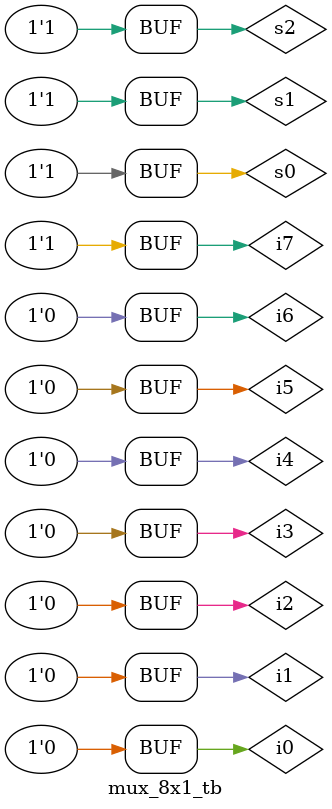
<source format=v>
module mux_8x1(y,s0,s1,s2,i0,i1,i2,i3,i4,i5,i6,i7);
input s0,s1,s2,i0,i1,i2,i3,i4,i5,i6,i7;
wire w1,w2,w3,w4,w5,w6;
output y;
mux_2x1 m1(w1,s0,i0,i1);
mux_2x1 m2(w2,s0,i2,i3);
mux_2x1 m4(w4,s0,i4,i5);
mux_2x1 m5(w5,s0,i6,i7);
mux_2x1 m3(w3,s1,w1,w2);
mux_2x1 m6(w6,s1,w4,w5);
mux_2x1 m7(y,s2,w3,w6);
endmodule

//TEst Bench:

module mux_8x1_tb();
reg s0,s1,s2,i0,i1,i2,i3,i4,i5,i6,i7;
wire y,w1,w2,w3,w4,w5,w6;
mux_8x1 mu1(y,s0,s1,s2,i0,i1,i2,i3,i4,i5,i6,i7);
initial 
begin
	$monitor($time," S2=%b S1=%b S0=%b I0=%b I1=%b I2=%b I3=%b I4=%b I5=%b I6=%b I7=%b Y=%b",s2,s1,s0,i0,i1,i2,i3,i4,i5,i6,i7,y);
end
initial
begin
	//s0=1'b0; s1=1'b0; s2=1'b0; i0=1'b1; i1=1'b0; i2=1'b0; i3=1'b0; i4=1'b0; i5=1'b0; i6=1'b0; i7=1'b0;
	s2=1'b0; s1=1'b0; s0=1'b0; i0=1'b1; i1=1'b0; i2=1'b0; i3=1'b0; i4=1'b0; i5=1'b0; i6=1'b0; i7=1'b0;
	#5;
	//s0=1'b0; s1=1'b0; s2=1'b1; i0=1'b0; i1=1'b1; i2=1'b0; i3=1'b0; i4=1'b0; i5=1'b0; i6=1'b0; i7=1'b0;
	s2=1'b0; s1=1'b0; s0=1'b1; i0=1'b0; i1=1'b1; i2=1'b0; i3=1'b0; i4=1'b0; i5=1'b0; i6=1'b0; i7=1'b0;
	#5;
	//s0=1'b0; s1=1'b1; s2=1'b0; i0=1'b0; i1=1'b0; i2=1'b1; i3=1'b0; i4=1'b0; i5=1'b0; i6=1'b0; i7=1'b0;
	s2=1'b0; s1=1'b1; s0=1'b0; i0=1'b0; i1=1'b0; i2=1'b1; i3=1'b0; i4=1'b0; i5=1'b0; i6=1'b0; i7=1'b0;
	#5;
	//s0=1'b0; s1=1'b1; s2=1'b1; i0=1'b0; i1=1'b0; i2=1'b0; i3=1'b1; i4=1'b0; i5=1'b0; i6=1'b0; i7=1'b0;
	s2=1'b0; s1=1'b1; s0=1'b1; i0=1'b0; i1=1'b0; i2=1'b0; i3=1'b1; i4=1'b0; i5=1'b0; i6=1'b0; i7=1'b0;
	#5;
	//s0=1'b1; s1=1'b0; s2=1'b0; i0=1'b0; i1=1'b0; i2=1'b0; i3=1'b0; i4=1'b1; i5=1'b0; i6=1'b0; i7=1'b0;
	s2=1'b1; s1=1'b0; s0=1'b0; i0=1'b0; i1=1'b0; i2=1'b0; i3=1'b0; i4=1'b1; i5=1'b0; i6=1'b0; i7=1'b0;
	#5;
	//s0=1'b1; s1=1'b0; s2=1'b1; i0=1'b0; i1=1'b0; i2=1'b0; i3=1'b0; i4=1'b0; i5=1'b1; i6=1'b0; i7=1'b0;
	s2=1'b1; s1=1'b0; s0=1'b1; i0=1'b0; i1=1'b0; i2=1'b0; i3=1'b0; i4=1'b0; i5=1'b1; i6=1'b0; i7=1'b0;
	#5;
	//s0=1'b1; s1=1'b1; s2=1'b0; i0=1'b0; i1=1'b0; i2=1'b0; i3=1'b0; i4=1'b0; i5=1'b0; i6=1'b1; i7=1'b0;
	s2=1'b1; s1=1'b1; s0=1'b0; i0=1'b0; i1=1'b0; i2=1'b0; i3=1'b0; i4=1'b0; i5=1'b0; i6=1'b1; i7=1'b0;
	#5;
	//s0=1'b1; s1=1'b1; s2=1'b1; i0=1'b0; i1=1'b0; i2=1'b0; i3=1'b0; i4=1'b0; i5=1'b0; i6=1'b0; i7=1'b1;
	s2=1'b1; s1=1'b1; s0=1'b1; i0=1'b0; i1=1'b0; i2=1'b0; i3=1'b0; i4=1'b0; i5=1'b0; i6=1'b0; i7=1'b1;
	#5;
end
initial
begin
$dumpfile("mux_8x1.dump");
$dumpvars(0,mux_8x1_tb);
end
endmodule

</source>
